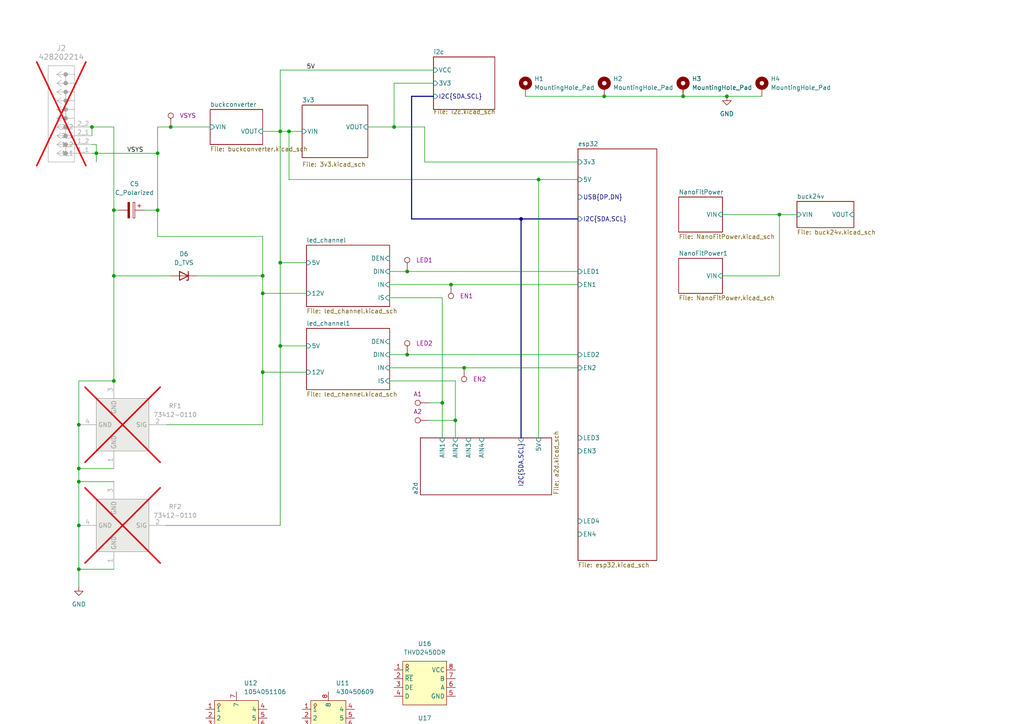
<source format=kicad_sch>
(kicad_sch (version 20250114) (generator "eeschema") (generator_version "9.0")
  (paper "A4")
  (lib_symbols
    (symbol "Device:C_Polarized" (pin_numbers (hide yes)) (pin_names (offset 0.254))
      (property "Reference" "C" (at 0.635 2.54 0))
      (property "Value" "C_Polarized" (at 0.635 -2.54 0))
      (symbol "C_Polarized_0_1"
        (rectangle (start -2.286 0.508) (end 2.286 1.016))
        (polyline (pts (xy -1.778 2.286) (xy -0.762 2.286)))
        (polyline (pts (xy -1.27 2.794) (xy -1.27 1.778)))
        (rectangle (start 2.286 -0.508) (end -2.286 -1.016) (fill (type outline)))
      )
      (symbol "C_Polarized_1_1"
        (pin passive line (at 0 3.81 270) (length 2.794) (name "~") (number "1"))
        (pin passive line (at 0 -3.81 90) (length 2.794) (name "~") (number "2"))
      )
    )
    (symbol "Device:D_Zener" (pin_numbers (hide yes)) (pin_names (offset 1.016) (hide yes))
      (property "Reference" "D" (at 0 2.54 0))
      (property "Value" "D_Zener" (at 0 -2.54 0))
      (symbol "D_Zener_0_1"
        (polyline (pts (xy -1.27 -1.27) (xy -1.27 1.27) (xy -0.762 1.27)) (stroke (width 0.254)))
        (polyline (pts (xy 1.27 0) (xy -1.27 0)))
        (polyline (pts (xy 1.27 -1.27) (xy 1.27 1.27) (xy -1.27 0) (xy 1.27 -1.27)) (stroke (width 0.254)))
      )
      (symbol "D_Zener_1_1"
        (pin passive line (at -3.81 0 0) (length 2.54) (name "K") (number "1"))
        (pin passive line (at 3.81 0 180) (length 2.54) (name "A") (number "2"))
      )
    )
    (symbol "Mechanical:MountingHole_Pad" (pin_numbers (hide yes)) (pin_names (offset 1.016) (hide yes)) (exclude_from_sim yes) (in_bom no)
      (property "Reference" "H" (at 0 6.35 0))
      (property "Value" "MountingHole_Pad" (at 0 4.445 0))
      (symbol "MountingHole_Pad_0_1"
        (circle (center 0 1.27) (radius 1.27) (stroke (width 1.27)))
      )
      (symbol "MountingHole_Pad_1_1"
        (pin input line (at 0 -2.54 90) (length 2.54) (name "1") (number "1"))
      )
    )
    (symbol "easyeda2kicad:1054051104"
      (property "Reference" "CN" (at 0 13.97 0))
      (property "Value" "1054051104" (at 0 -13.97 0))
      (symbol "1054051104_0_1"
        (rectangle (start -3.81 6.35) (end 3.81 -6.35) (fill (type background)))
        (circle (center -2.54 2.54) (radius 0.38))
        (pin unspecified line (at -6.35 1.27 0) (length 2.54) (name "1") (number "1"))
        (pin unspecified line (at -6.35 -1.27 0) (length 2.54) (name "2") (number "2"))
        (pin unspecified line (at 0 8.89 270) (length 2.54) (name "6") (number "6"))
        (pin unspecified line (at 0 -8.89 90) (length 2.54) (name "5") (number "5"))
        (pin unspecified line (at 6.35 1.27 180) (length 2.54) (name "3") (number "3"))
        (pin unspecified line (at 6.35 -1.27 180) (length 2.54) (name "4") (number "4"))
      )
    )
    (symbol "easyeda2kicad:1054051106"
      (property "Reference" "U" (at 0 12.7 0))
      (property "Value" "1054051106" (at 0 -12.7 0))
      (symbol "1054051106_0_1"
        (rectangle (start -6.35 5.08) (end 6.35 -5.08) (fill (type background)))
        (circle (center -5.08 3.81) (radius 0.38))
        (pin unspecified line (at -8.89 2.54 0) (length 2.54) (name "1") (number "1"))
        (pin unspecified line (at -8.89 0 0) (length 2.54) (name "2") (number "2"))
        (pin unspecified line (at -8.89 -2.54 0) (length 2.54) (name "3") (number "3"))
        (pin unspecified line (at 0 7.62 270) (length 2.54) (name "7") (number "7"))
        (pin unspecified line (at 0 -7.62 90) (length 2.54) (name "8") (number "8"))
        (pin unspecified line (at 8.89 2.54 180) (length 2.54) (name "4") (number "4"))
        (pin unspecified line (at 8.89 0 180) (length 2.54) (name "5") (number "5"))
        (pin unspecified line (at 8.89 -2.54 180) (length 2.54) (name "6") (number "6"))
      )
    )
    (symbol "easyeda2kicad:39301060"
      (property "Reference" "CN" (at 0 15.24 0))
      (property "Value" "39301060" (at 0 -15.24 0))
      (symbol "39301060_0_1"
        (rectangle (start -5.59 5.08) (end 5.59 -5.08) (fill (type background)))
        (circle (center 5.08 -3.81) (radius 0.38))
        (circle (center 5.08 -3.81) (radius 0.38))
        (pin unspecified line (at -3.81 10.16 270) (length 5.08) (name "6") (number "6"))
        (pin unspecified line (at -3.81 -10.16 90) (length 5.08) (name "3") (number "3"))
        (pin unspecified line (at 0 10.16 270) (length 5.08) (name "5") (number "5"))
        (pin unspecified line (at 0 -10.16 90) (length 5.08) (name "2") (number "2"))
        (pin unspecified line (at 3.81 10.16 270) (length 5.08) (name "4") (number "4"))
        (pin unspecified line (at 3.81 -10.16 90) (length 5.08) (name "1") (number "1"))
      )
    )
    (symbol "easyeda2kicad:428202214" (pin_names (offset 0.254))
      (property "Reference" "J" (at 8.89 6.35 0))
      (property "Value" "428202214" (at 0 0 0))
      (symbol "428202214_1_1"
        (polyline (pts (xy 5.08 2.54) (xy 5.08 -25.4)) (stroke (width 0.127)))
        (polyline (pts (xy 5.08 -25.4) (xy 12.7 -25.4)) (stroke (width 0.127)))
        (polyline (pts (xy 7.62 0) (xy 7.62 -2.54)) (stroke (width 0.127)))
        (circle (center 7.62 0) (radius 0.127) (stroke (width 0.508)))
        (circle (center 7.62 -2.54) (radius 0.127) (stroke (width 0.508)))
        (polyline (pts (xy 7.62 -5.08) (xy 7.62 -7.62)) (stroke (width 0.127)))
        (circle (center 7.62 -5.08) (radius 0.127) (stroke (width 0.508)))
        (circle (center 7.62 -7.62) (radius 0.127) (stroke (width 0.508)))
        (polyline (pts (xy 7.62 -10.16) (xy 7.62 -12.7)) (stroke (width 0.127)))
        (circle (center 7.62 -10.16) (radius 0.127) (stroke (width 0.508)))
        (circle (center 7.62 -12.7) (radius 0.127) (stroke (width 0.508)))
        (polyline (pts (xy 7.62 -15.24) (xy 7.62 -17.78)) (stroke (width 0.127)))
        (circle (center 7.62 -15.24) (radius 0.127) (stroke (width 0.508)))
        (circle (center 7.62 -17.78) (radius 0.127) (stroke (width 0.508)))
        (polyline (pts (xy 7.62 -20.32) (xy 7.62 -22.86)) (stroke (width 0.127)))
        (circle (center 7.62 -20.32) (radius 0.127) (stroke (width 0.508)))
        (circle (center 7.62 -22.86) (radius 0.127) (stroke (width 0.508)))
        (polyline (pts (xy 10.16 0) (xy 5.08 0)) (stroke (width 0.127)))
        (polyline (pts (xy 10.16 0) (xy 8.89 0.8467)) (stroke (width 0.127)))
        (polyline (pts (xy 10.16 0) (xy 8.89 -0.8467)) (stroke (width 0.127)))
        (polyline (pts (xy 10.16 -2.54) (xy 5.08 -2.54)) (stroke (width 0.127)))
        (polyline (pts (xy 10.16 -2.54) (xy 8.89 -1.6933)) (stroke (width 0.127)))
        (polyline (pts (xy 10.16 -2.54) (xy 8.89 -3.3867)) (stroke (width 0.127)))
        (polyline (pts (xy 10.16 -5.08) (xy 5.08 -5.08)) (stroke (width 0.127)))
        (polyline (pts (xy 10.16 -5.08) (xy 8.89 -4.2333)) (stroke (width 0.127)))
        (polyline (pts (xy 10.16 -5.08) (xy 8.89 -5.9267)) (stroke (width 0.127)))
        (polyline (pts (xy 10.16 -7.62) (xy 5.08 -7.62)) (stroke (width 0.127)))
        (polyline (pts (xy 10.16 -7.62) (xy 8.89 -6.7733)) (stroke (width 0.127)))
        (polyline (pts (xy 10.16 -7.62) (xy 8.89 -8.4667)) (stroke (width 0.127)))
        (polyline (pts (xy 10.16 -10.16) (xy 5.08 -10.16)) (stroke (width 0.127)))
        (polyline (pts (xy 10.16 -10.16) (xy 8.89 -9.3133)) (stroke (width 0.127)))
        (polyline (pts (xy 10.16 -10.16) (xy 8.89 -11.0067)) (stroke (width 0.127)))
        (polyline (pts (xy 10.16 -12.7) (xy 5.08 -12.7)) (stroke (width 0.127)))
        (polyline (pts (xy 10.16 -12.7) (xy 8.89 -11.8533)) (stroke (width 0.127)))
        (polyline (pts (xy 10.16 -12.7) (xy 8.89 -13.5467)) (stroke (width 0.127)))
        (polyline (pts (xy 10.16 -15.24) (xy 5.08 -15.24)) (stroke (width 0.127)))
        (polyline (pts (xy 10.16 -15.24) (xy 8.89 -14.3933)) (stroke (width 0.127)))
        (polyline (pts (xy 10.16 -15.24) (xy 8.89 -16.0867)) (stroke (width 0.127)))
        (polyline (pts (xy 10.16 -17.78) (xy 5.08 -17.78)) (stroke (width 0.127)))
        (polyline (pts (xy 10.16 -17.78) (xy 8.89 -16.9333)) (stroke (width 0.127)))
        (polyline (pts (xy 10.16 -17.78) (xy 8.89 -18.6267)) (stroke (width 0.127)))
        (polyline (pts (xy 10.16 -20.32) (xy 5.08 -20.32)) (stroke (width 0.127)))
        (polyline (pts (xy 10.16 -20.32) (xy 8.89 -19.4733)) (stroke (width 0.127)))
        (polyline (pts (xy 10.16 -20.32) (xy 8.89 -21.1667)) (stroke (width 0.127)))
        (polyline (pts (xy 10.16 -22.86) (xy 5.08 -22.86)) (stroke (width 0.127)))
        (polyline (pts (xy 10.16 -22.86) (xy 8.89 -22.0133)) (stroke (width 0.127)))
        (polyline (pts (xy 10.16 -22.86) (xy 8.89 -23.7067)) (stroke (width 0.127)))
        (polyline (pts (xy 12.7 2.54) (xy 5.08 2.54)) (stroke (width 0.127)))
        (polyline (pts (xy 12.7 -25.4) (xy 12.7 2.54)) (stroke (width 0.127)))
        (pin unspecified line (at 0 0 0) (length 5.08) (name "1_1") (number "1_1"))
        (pin unspecified line (at 0 -2.54 0) (length 5.08) (name "1_2") (number "1_2"))
        (pin unspecified line (at 0 -5.08 0) (length 5.08) (name "2_1") (number "2_1"))
        (pin unspecified line (at 0 -7.62 0) (length 5.08) (name "2_2") (number "2_2"))
      )
      (symbol "428202214_1_2"
        (polyline (pts (xy 5.08 2.54) (xy 5.08 -10.16)) (stroke (width 0.127)))
        (polyline (pts (xy 5.08 -10.16) (xy 12.7 -10.16)) (stroke (width 0.127)))
        (polyline (pts (xy 6.35 0) (xy 6.35 -2.54)) (stroke (width 0.127)))
        (circle (center 6.35 0) (radius 0.127) (stroke (width 0.508)))
        (circle (center 6.35 -2.54) (radius 0.127) (stroke (width 0.508)))
        (polyline (pts (xy 6.35 -5.08) (xy 6.35 -7.62)) (stroke (width 0.127)))
        (circle (center 6.35 -5.08) (radius 0.127) (stroke (width 0.508)))
        (circle (center 6.35 -7.62) (radius 0.127) (stroke (width 0.508)))
        (polyline (pts (xy 7.62 0) (xy 5.08 0)) (stroke (width 0.127)))
        (polyline (pts (xy 7.62 0) (xy 8.89 0.8467)) (stroke (width 0.127)))
        (polyline (pts (xy 7.62 0) (xy 8.89 -0.8467)) (stroke (width 0.127)))
        (polyline (pts (xy 7.62 -2.54) (xy 5.08 -2.54)) (stroke (width 0.127)))
        (polyline (pts (xy 7.62 -2.54) (xy 8.89 -1.6933)) (stroke (width 0.127)))
        (polyline (pts (xy 7.62 -2.54) (xy 8.89 -3.3867)) (stroke (width 0.127)))
        (polyline (pts (xy 7.62 -5.08) (xy 5.08 -5.08)) (stroke (width 0.127)))
        (polyline (pts (xy 7.62 -5.08) (xy 8.89 -4.2333)) (stroke (width 0.127)))
        (polyline (pts (xy 7.62 -5.08) (xy 8.89 -5.9267)) (stroke (width 0.127)))
        (polyline (pts (xy 7.62 -7.62) (xy 5.08 -7.62)) (stroke (width 0.127)))
        (polyline (pts (xy 7.62 -7.62) (xy 8.89 -6.7733)) (stroke (width 0.127)))
        (polyline (pts (xy 7.62 -7.62) (xy 8.89 -8.4667)) (stroke (width 0.127)))
        (polyline (pts (xy 12.7 2.54) (xy 5.08 2.54)) (stroke (width 0.127)))
        (polyline (pts (xy 12.7 -10.16) (xy 12.7 2.54)) (stroke (width 0.127)))
        (pin unspecified line (at 0 0 0) (length 5.08) (name "1_1") (number "1_1"))
        (pin unspecified line (at 0 -2.54 0) (length 5.08) (name "1_2") (number "1_2"))
        (pin unspecified line (at 0 -5.08 0) (length 5.08) (name "2_1") (number "2_1"))
        (pin unspecified line (at 0 -7.62 0) (length 5.08) (name "2_2") (number "2_2"))
      )
    )
    (symbol "easyeda2kicad:430450609"
      (property "Reference" "U" (at 0 12.7 0))
      (property "Value" "430450609" (at 0 -12.7 0))
      (symbol "430450609_0_1"
        (rectangle (start -5.08 5.08) (end 5.08 -5.08) (fill (type background)))
        (circle (center -3.81 3.81) (radius 0.38))
        (pin unspecified line (at -7.62 2.54 0) (length 2.54) (name "1") (number "1"))
        (pin unspecified line (at -7.62 0 0) (length 2.54) (name "2") (number "2"))
        (pin unspecified line (at -7.62 -2.54 0) (length 2.54) (name "3") (number "3"))
        (pin unspecified line (at 0 7.62 270) (length 2.54) (name "8") (number "8"))
        (pin unspecified line (at 0 -7.62 90) (length 2.54) (name "7") (number "7"))
        (pin unspecified line (at 7.62 2.54 180) (length 2.54) (name "4") (number "4"))
        (pin unspecified line (at 7.62 0 180) (length 2.54) (name "5") (number "5"))
        (pin unspecified line (at 7.62 -2.54 180) (length 2.54) (name "6") (number "6"))
      )
    )
    (symbol "easyeda2kicad:73412-0110"
      (property "Reference" "RF" (at 0 20.32 0))
      (property "Value" "73412-0110" (at 0 -15.24 0))
      (symbol "73412-0110_0_1"
        (rectangle (start -7.62 10.16) (end 7.62 -5.08) (fill (type background)))
        (pin unspecified line (at -12.7 5.08 0) (length 5.08) (name "GND") (number "1"))
        (pin unspecified line (at 0 15.24 270) (length 5.08) (name "GND") (number "4"))
        (pin unspecified line (at 0 -10.16 90) (length 5.08) (name "SIG") (number "2"))
        (pin unspecified line (at 12.7 5.08 180) (length 5.08) (name "GND") (number "3"))
      )
    )
    (symbol "easyeda2kicad:LabeledTestPoint" (pin_numbers (hide yes)) (pin_names (offset 0.762) (hide yes)) (in_bom no)
      (property "Label" "label" (at 0 5.08 0))
      (symbol "LabeledTestPoint_0_1"
        (circle (center 0 3.302) (radius 0.762))
      )
      (symbol "LabeledTestPoint_1_1"
        (pin passive line (at 0 0 90) (length 2.54) (name "1") (number "1"))
      )
    )
    (symbol "easyeda2kicad:MP5048GU-Z"
      (property "Reference" "U" (at 0 22.86 0))
      (property "Value" "MP5048GU-Z" (at 0 -22.86 0))
      (symbol "MP5048GU-Z_0_1"
        (rectangle (start -8.89 20.32) (end 8.89 -20.32) (fill (type background)))
        (circle (center -7.62 19.05) (radius 0.38))
        (pin unspecified line (at -11.43 17.78 0) (length 2.54) (name "VIN") (number "1"))
        (pin unspecified line (at -11.43 15.24 0) (length 2.54) (name "VIN") (number "2"))
        (pin unspecified line (at -11.43 12.7 0) (length 2.54) (name "VOUT") (number "3"))
        (pin unspecified line (at -11.43 10.16 0) (length 2.54) (name "VOUT") (number "4"))
        (pin unspecified line (at -11.43 7.62 0) (length 2.54) (name "VOUT") (number "5"))
        (pin unspecified line (at -11.43 5.08 0) (length 2.54) (name "VOUT") (number "6"))
        (pin unspecified line (at -11.43 2.54 0) (length 2.54) (name "VOUT") (number "7"))
        (pin unspecified line (at -11.43 0 0) (length 2.54) (name "VOUT") (number "8"))
        (pin unspecified line (at -11.43 -2.54 0) (length 2.54) (name "VOUT") (number "9"))
        (pin unspecified line (at -11.43 -5.08 0) (length 2.54) (name "VOUT") (number "10"))
        (pin unspecified line (at -11.43 -7.62 0) (length 2.54) (name "VOUT") (number "11"))
        (pin unspecified line (at -11.43 -10.16 0) (length 2.54) (name "VOUT") (number "12"))
        (pin unspecified line (at -11.43 -12.7 0) (length 2.54) (name "VOUT") (number "13"))
        (pin unspecified line (at -11.43 -15.24 0) (length 2.54) (name "VOUT") (number "14"))
        (pin unspecified line (at -11.43 -17.78 0) (length 2.54) (name "VOUT") (number "15"))
        (pin unspecified line (at 11.43 17.78 180) (length 2.54) (name "MODE") (number "30"))
        (pin unspecified line (at 11.43 15.24 180) (length 2.54) (name "VTEMP") (number "29"))
        (pin unspecified line (at 11.43 12.7 180) (length 2.54) (name "VCC") (number "28"))
        (pin unspecified line (at 11.43 10.16 180) (length 2.54) (name "3V") (number "27"))
        (pin unspecified line (at 11.43 7.62 180) (length 2.54) (name "ON") (number "26"))
        (pin unspecified line (at 11.43 5.08 180) (length 2.54) (name "GND") (number "25"))
        (pin unspecified line (at 11.43 2.54 180) (length 2.54) (name "CLREF") (number "24"))
        (pin unspecified line (at 11.43 0 180) (length 2.54) (name "TIMER") (number "23"))
        (pin unspecified line (at 11.43 -2.54 180) (length 2.54) (name "FAULT") (number "22"))
        (pin unspecified line (at 11.43 -5.08 180) (length 2.54) (name "SS") (number "21"))
        (pin unspecified line (at 11.43 -7.62 180) (length 2.54) (name "IMON") (number "20"))
        (pin unspecified line (at 11.43 -10.16 180) (length 2.54) (name "CS") (number "19"))
        (pin unspecified line (at 11.43 -12.7 180) (length 2.54) (name "VIN") (number "18"))
        (pin unspecified line (at 11.43 -15.24 180) (length 2.54) (name "VOUT") (number "17"))
        (pin unspecified line (at 11.43 -17.78 180) (length 2.54) (name "VOUT") (number "16"))
      )
    )
    (symbol "easyeda2kicad:THVD2450DR"
      (property "Reference" "U" (at 0 8.89 0))
      (property "Value" "THVD2450DR" (at 0 -8.89 0))
      (symbol "THVD2450DR_0_1"
        (rectangle (start -6.35 6.35) (end 6.35 -6.35) (fill (type background)))
        (circle (center -5.08 5.08) (radius 0.38))
        (pin unspecified line (at -8.89 3.81 0) (length 2.54) (name "R") (number "1"))
        (pin unspecified line (at -8.89 1.27 0) (length 2.54) (name "~{RE}") (number "2"))
        (pin unspecified line (at -8.89 -1.27 0) (length 2.54) (name "DE") (number "3"))
        (pin unspecified line (at -8.89 -3.81 0) (length 2.54) (name "D") (number "4"))
        (pin unspecified line (at 8.89 3.81 180) (length 2.54) (name "VCC") (number "8"))
        (pin unspecified line (at 8.89 1.27 180) (length 2.54) (name "B") (number "7"))
        (pin unspecified line (at 8.89 -1.27 180) (length 2.54) (name "A") (number "6"))
        (pin unspecified line (at 8.89 -3.81 180) (length 2.54) (name "GND") (number "5"))
      )
    )
    (symbol "power:GND" (power) (pin_numbers (hide yes)) (pin_names (offset 0) (hide yes))
      (property "Value" "GND" (at 0 -3.81 0))
      (symbol "GND_0_1"
        (polyline (pts (xy 0 0) (xy 0 -1.27) (xy 1.27 -1.27) (xy 0 -2.54) (xy -1.27 -1.27) (xy 0 -1.27)))
      )
      (symbol "GND_1_1"
        (pin power_in line (at 0 0 270) (length 0) (name "~") (number "1"))
      )
    )
  )
  (junction (at 130.81 82.55))
  (junction (at 175.26 27.94))
  (junction (at 128.27 116.84))
  (junction (at 33.02 60.96))
  (junction (at 45.72 44.45))
  (junction (at 76.2 107.95))
  (junction (at 22.86 123.19))
  (junction (at 45.72 60.96))
  (junction (at 118.11 102.87))
  (junction (at 33.02 80.01))
  (junction (at 156.21 52.07))
  (junction (at 81.28 100.33))
  (junction (at 26.67 36.83))
  (junction (at 226.06 62.23))
  (junction (at 22.86 139.7))
  (junction (at 134.62 106.68))
  (junction (at 198.12 27.94))
  (junction (at 33.02 110.49))
  (junction (at 114.3 36.83))
  (junction (at 118.11 78.74))
  (junction (at 76.2 80.01))
  (junction (at 22.86 135.89))
  (junction (at 27.94 44.45))
  (junction (at 22.86 165.1))
  (junction (at 81.28 76.2))
  (junction (at 83.82 38.1))
  (junction (at 76.2 85.09))
  (junction (at 132.08 121.92))
  (junction (at 22.86 152.4))
  (junction (at 81.28 38.1))
  (junction (at 210.82 27.94))
  (junction (at 151.13 63.5))
  (junction (at 49.53 36.83))
  (wire (pts (xy 175.26 27.94) (xy 198.12 27.94)))
  (wire (pts (xy 81.28 20.32) (xy 81.28 38.1)))
  (wire (pts (xy 114.3 36.83) (xy 123.19 36.83)))
  (wire (pts (xy 76.2 38.1) (xy 81.28 38.1)))
  (wire (pts (xy 81.28 100.33) (xy 88.9 100.33)))
  (wire (pts (xy 22.86 110.49) (xy 22.86 123.19)))
  (wire (pts (xy 76.2 80.01) (xy 76.2 85.09)))
  (wire (pts (xy 88.9 107.95) (xy 76.2 107.95)))
  (wire (pts (xy 81.28 76.2) (xy 88.9 76.2)))
  (wire (pts (xy 26.67 36.83) (xy 26.67 39.37)))
  (wire (pts (xy 113.03 106.68) (xy 134.62 106.68)))
  (wire (pts (xy 128.27 86.36) (xy 128.27 116.84)))
  (wire (pts (xy 33.02 36.83) (xy 33.02 60.96)))
  (bus (pts (xy 119.38 27.94) (xy 119.38 63.5)))
  (wire (pts (xy 81.28 38.1) (xy 83.82 38.1)))
  (wire (pts (xy 114.3 24.13) (xy 114.3 36.83)))
  (wire (pts (xy 113.03 86.36) (xy 128.27 86.36)))
  (wire (pts (xy 45.72 44.45) (xy 45.72 60.96)))
  (wire (pts (xy 132.08 110.49) (xy 132.08 121.92)))
  (wire (pts (xy 152.4 27.94) (xy 175.26 27.94)))
  (wire (pts (xy 27.94 41.91) (xy 26.67 41.91)))
  (wire (pts (xy 88.9 85.09) (xy 76.2 85.09)))
  (wire (pts (xy 33.02 110.49) (xy 22.86 110.49)))
  (wire (pts (xy 22.86 165.1) (xy 33.02 165.1)))
  (wire (pts (xy 81.28 100.33) (xy 81.28 152.4)))
  (wire (pts (xy 81.28 100.33) (xy 81.28 76.2)))
  (wire (pts (xy 226.06 80.01) (xy 226.06 62.23)))
  (wire (pts (xy 124.46 116.84) (xy 128.27 116.84)))
  (wire (pts (xy 26.67 36.83) (xy 33.02 36.83)))
  (wire (pts (xy 156.21 52.07) (xy 156.21 127)))
  (wire (pts (xy 76.2 107.95) (xy 76.2 123.19)))
  (wire (pts (xy 81.28 76.2) (xy 81.28 38.1)))
  (wire (pts (xy 124.46 121.92) (xy 132.08 121.92)))
  (wire (pts (xy 113.03 78.74) (xy 118.11 78.74)))
  (wire (pts (xy 48.26 123.19) (xy 76.2 123.19)))
  (wire (pts (xy 209.55 62.23) (xy 226.06 62.23)))
  (wire (pts (xy 209.55 80.01) (xy 226.06 80.01)))
  (wire (pts (xy 81.28 20.32) (xy 125.73 20.32)))
  (wire (pts (xy 76.2 68.58) (xy 76.2 80.01)))
  (wire (pts (xy 198.12 27.94) (xy 210.82 27.94)))
  (wire (pts (xy 33.02 60.96) (xy 33.02 80.01)))
  (wire (pts (xy 49.53 80.01) (xy 33.02 80.01)))
  (wire (pts (xy 45.72 60.96) (xy 45.72 68.58)))
  (wire (pts (xy 22.86 139.7) (xy 22.86 152.4)))
  (wire (pts (xy 27.94 44.45) (xy 27.94 46.99)))
  (wire (pts (xy 26.67 44.45) (xy 27.94 44.45)))
  (wire (pts (xy 113.03 102.87) (xy 118.11 102.87)))
  (wire (pts (xy 156.21 52.07) (xy 167.64 52.07)))
  (wire (pts (xy 57.15 80.01) (xy 76.2 80.01)))
  (wire (pts (xy 48.26 152.4) (xy 81.28 152.4)))
  (wire (pts (xy 33.02 80.01) (xy 33.02 110.49)))
  (wire (pts (xy 83.82 52.07) (xy 156.21 52.07)))
  (wire (pts (xy 22.86 139.7) (xy 33.02 139.7)))
  (wire (pts (xy 27.94 44.45) (xy 27.94 41.91)))
  (wire (pts (xy 210.82 27.94) (xy 220.98 27.94)))
  (bus (pts (xy 151.13 63.5) (xy 167.64 63.5)))
  (wire (pts (xy 118.11 102.87) (xy 167.64 102.87)))
  (bus (pts (xy 119.38 63.5) (xy 151.13 63.5)))
  (wire (pts (xy 113.03 82.55) (xy 130.81 82.55)))
  (wire (pts (xy 83.82 52.07) (xy 83.82 38.1)))
  (wire (pts (xy 41.91 60.96) (xy 45.72 60.96)))
  (wire (pts (xy 76.2 85.09) (xy 76.2 107.95)))
  (wire (pts (xy 27.94 44.45) (xy 45.72 44.45)))
  (wire (pts (xy 45.72 36.83) (xy 49.53 36.83)))
  (wire (pts (xy 106.68 36.83) (xy 114.3 36.83)))
  (wire (pts (xy 22.86 123.19) (xy 22.86 135.89)))
  (bus (pts (xy 125.73 27.94) (xy 119.38 27.94)))
  (wire (pts (xy 125.73 24.13) (xy 114.3 24.13)))
  (wire (pts (xy 49.53 36.83) (xy 60.96 36.83)))
  (wire (pts (xy 45.72 36.83) (xy 45.72 44.45)))
  (wire (pts (xy 226.06 62.23) (xy 231.14 62.23)))
  (wire (pts (xy 22.86 152.4) (xy 22.86 165.1)))
  (wire (pts (xy 33.02 60.96) (xy 34.29 60.96)))
  (wire (pts (xy 76.2 68.58) (xy 45.72 68.58)))
  (wire (pts (xy 118.11 78.74) (xy 167.64 78.74)))
  (bus (pts (xy 151.13 63.5) (xy 151.13 127)))
  (wire (pts (xy 83.82 38.1) (xy 87.63 38.1)))
  (wire (pts (xy 113.03 110.49) (xy 132.08 110.49)))
  (wire (pts (xy 123.19 36.83) (xy 123.19 46.99)))
  (wire (pts (xy 22.86 165.1) (xy 22.86 170.18)))
  (wire (pts (xy 22.86 135.89) (xy 22.86 139.7)))
  (wire (pts (xy 130.81 82.55) (xy 167.64 82.55)))
  (wire (pts (xy 128.27 116.84) (xy 128.27 127)))
  (wire (pts (xy 132.08 121.92) (xy 132.08 127)))
  (wire (pts (xy 123.19 46.99) (xy 167.64 46.99)))
  (wire (pts (xy 22.86 135.89) (xy 33.02 135.89)))
  (wire (pts (xy 134.62 106.68) (xy 167.64 106.68)))
  (label "5V" (at 88.9 20.32 0))
  (label "VSYS" (at 36.83 44.45 0))
  (symbol (lib_id "easyeda2kicad:THVD2450DR") (at 123.19 198.12 0) (unit 1)
    (property "Reference" "U16" (at 123.19 186.69 0))
    (property "Value" "THVD2450DR" (at 123.19 189.23 0))
    (property "Footprint" "easyeda2kicad:SOIC-8_L4.9-W3.9-P1.27-LS6.0-BL" (effects (hide yes)))
    (property "LCSC Part" "C2672621" (effects (hide yes)))
  )
  (symbol (lib_id "power:GND") (at 210.82 27.94 0) (unit 1)
    (property "Reference" "#PWR04" (effects (hide yes)))
    (property "Value" "GND" (at 210.82 33.02 0))
    (property "Description" "Power symbol creates a global label with name \"GND\" , ground" (effects (hide yes)))
  )
  (symbol (lib_id "Mechanical:MountingHole_Pad") (at 198.12 25.4 0) (unit 1) (exclude_from_sim yes) (in_bom no)
    (property "Reference" "H3" (at 200.66 22.8599 0) (effects (justify left)))
    (property "Value" "MountingHole_Pad" (at 200.66 25.3999 0) (effects (justify left)))
    (property "Footprint" "MountingHole:MountingHole_3.2mm_M3_Pad_Via" (effects (hide yes)))
    (property "Description" "Mounting Hole with connection" (effects (hide yes)))
  )
  (symbol (lib_id "easyeda2kicad:428202214") (at 26.67 44.45 180) (unit 1) (in_bom no) (dnp yes)
    (property "Reference" "J2" (at 17.78 13.97 0) (effects (font (size 1.524 1.524))))
    (property "Value" "428202214" (at 17.78 16.51 0) (effects (font (size 1.524 1.524))))
    (property "Footprint" "easyeda2kicad:CONN_SDA-42820-0002_02_RC_MOL" (effects (hide yes)))
    (property "Datasheet" "https://www.molex.com/en-us/products/part-detail-pdf/428202214?display=pdf" (effects (hide yes)))
  )
  (symbol (lib_id "easyeda2kicad:MP5048GU-Z") (at 175.26 243.84 0) (unit 1)
    (property "Reference" "U19" (at 175.26 218.44 0))
    (property "Value" "MP5048GU-Z" (at 175.26 220.98 0))
    (property "Footprint" "easyeda2kicad:QFN-30_L5.0-W5.0-P0.40-TL_MP5048GU-Z" (effects (hide yes)))
    (property "LCSC Part" "C3662777" (effects (hide yes)))
  )
  (symbol (lib_id "easyeda2kicad:LabeledTestPoint") (at 134.62 106.68 180) (unit 1) (in_bom no)
    (property "Reference" "TP9" (effects (hide yes)))
    (property "Value" "LabeledTestPoint" (effects (hide yes)))
    (property "Footprint" "easyeda2kicad:LabeledTestPoint" (effects (hide yes)))
    (property "Description" "test point" (effects (hide yes)))
    (property "Label" "EN2" (at 137.16 109.9819 0) (effects (justify right)))
  )
  (symbol (lib_id "easyeda2kicad:LabeledTestPoint") (at 130.81 82.55 180) (unit 1) (in_bom no)
    (property "Reference" "TP7" (effects (hide yes)))
    (property "Value" "LabeledTestPoint" (effects (hide yes)))
    (property "Footprint" "easyeda2kicad:LabeledTestPoint" (effects (hide yes)))
    (property "Description" "test point" (effects (hide yes)))
    (property "Label" "EN1" (at 133.35 85.8519 0) (effects (justify right)))
  )
  (symbol (lib_id "easyeda2kicad:39301060") (at 121.92 247.65 0) (unit 1)
    (property "Reference" "CN3" (at 128.27 246.3799 0) (effects (justify left)))
    (property "Value" "39301060" (at 128.27 248.9199 0) (effects (justify left)))
    (property "Footprint" "easyeda2kicad:CONN-TN_39301060" (effects (hide yes)))
    (property "Datasheet" "https://lcsc.com/product-detail/Connectors_MOLEX_39301060_Connectors-6P-2-4-2mm-Straight-line900_C114098.html" (effects (hide yes)))
    (property "LCSC Part" "C114098" (effects (hide yes)))
  )
  (symbol (lib_id "Device:C_Polarized") (at 38.1 60.96 270) (unit 1)
    (property "Reference" "C5" (at 38.989 53.34 90))
    (property "Value" "C_Polarized" (at 38.989 55.88 90))
    (property "Footprint" "Capacitor_SMD:CP_Elec_8x11.9" (effects (hide yes)))
    (property "Description" "Polarized capacitor" (effects (hide yes)))
    (property "LCSC Part" "C542295" (effects (hide yes)))
  )
  (symbol (lib_id "Mechanical:MountingHole_Pad") (at 220.98 25.4 0) (unit 1) (exclude_from_sim yes) (in_bom no)
    (property "Reference" "H4" (at 223.52 22.8599 0) (effects (justify left)))
    (property "Value" "MountingHole_Pad" (at 223.52 25.3999 0) (effects (justify left)))
    (property "Footprint" "MountingHole:MountingHole_3.2mm_M3_Pad_Via" (effects (hide yes)))
    (property "Description" "Mounting Hole with connection" (effects (hide yes)))
  )
  (symbol (lib_id "easyeda2kicad:LabeledTestPoint") (at 124.46 116.84 90) (unit 1) (in_bom no)
    (property "Reference" "TP4" (effects (hide yes)))
    (property "Value" "LabeledTestPoint" (effects (hide yes)))
    (property "Footprint" "easyeda2kicad:LabeledTestPoint" (effects (hide yes)))
    (property "Description" "test point" (effects (hide yes)))
    (property "Label" "A1" (at 121.158 114.3 90))
  )
  (symbol (lib_id "easyeda2kicad:LabeledTestPoint") (at 49.53 36.83 0) (unit 1) (in_bom no)
    (property "Reference" "TP1" (effects (hide yes)))
    (property "Value" "LabeledTestPoint" (effects (hide yes)))
    (property "Footprint" "easyeda2kicad:LabeledTestPoint" (effects (hide yes)))
    (property "Description" "test point" (effects (hide yes)))
    (property "Label" "VSYS" (at 52.07 33.5279 0) (effects (justify left)))
  )
  (symbol (lib_id "easyeda2kicad:LabeledTestPoint") (at 118.11 78.74 0) (unit 1) (in_bom no)
    (property "Reference" "TP2" (effects (hide yes)))
    (property "Value" "LabeledTestPoint" (effects (hide yes)))
    (property "Footprint" "easyeda2kicad:LabeledTestPoint" (effects (hide yes)))
    (property "Description" "test point" (effects (hide yes)))
    (property "Label" "LED1" (at 120.65 75.4379 0) (effects (justify left)))
  )
  (symbol (lib_id "power:GND") (at 22.86 170.18 0) (unit 1)
    (property "Reference" "#PWR03" (effects (hide yes)))
    (property "Value" "GND" (at 22.86 175.26 0))
    (property "Description" "Power symbol creates a global label with name \"GND\" , ground" (effects (hide yes)))
  )
  (symbol (lib_id "easyeda2kicad:430450609") (at 95.25 208.28 0) (unit 1)
    (property "Reference" "U11" (at 97.3933 198.12 0) (effects (justify left)))
    (property "Value" "430450609" (at 97.3933 200.66 0) (effects (justify left)))
    (property "Footprint" "easyeda2kicad:CONN-SMD_6P-P3.0-H-R2-C3-S4.63" (effects (hide yes)))
    (property "LCSC Part" "C587578" (effects (hide yes)))
  )
  (symbol (lib_id "Mechanical:MountingHole_Pad") (at 175.26 25.4 0) (unit 1) (exclude_from_sim yes) (in_bom no)
    (property "Reference" "H2" (at 177.8 22.8599 0) (effects (justify left)))
    (property "Value" "MountingHole_Pad" (at 177.8 25.3999 0) (effects (justify left)))
    (property "Footprint" "MountingHole:MountingHole_3.2mm_M3_Pad_Via" (effects (hide yes)))
    (property "Description" "Mounting Hole with connection" (effects (hide yes)))
  )
  (symbol (lib_id "Device:D_Zener") (at 53.34 80.01 180) (unit 1)
    (property "Reference" "D6" (at 53.34 73.66 0))
    (property "Value" "D_TVS" (at 53.34 76.2 0))
    (property "Footprint" "Diode_SMD:D_SMB" (effects (hide yes)))
    (property "Description" "TVS diode" (effects (hide yes)))
    (property "LCSC Part" "C151256" (effects (hide yes)))
  )
  (symbol (lib_id "easyeda2kicad:LabeledTestPoint") (at 124.46 121.92 90) (unit 1) (in_bom no)
    (property "Reference" "TP5" (effects (hide yes)))
    (property "Value" "LabeledTestPoint" (effects (hide yes)))
    (property "Footprint" "easyeda2kicad:LabeledTestPoint" (effects (hide yes)))
    (property "Description" "test point" (effects (hide yes)))
    (property "Label" "A2" (at 121.158 119.38 90))
  )
  (symbol (lib_id "easyeda2kicad:73412-0110") (at 38.1 123.19 90) (unit 1) (in_bom no) (dnp yes)
    (property "Reference" "RF1" (at 50.8 117.7446 90))
    (property "Value" "73412-0110" (at 50.8 120.2846 90))
    (property "Footprint" "easyeda2kicad:ANT-SMD_73412-0110" (effects (hide yes)))
    (property "Datasheet" "https://lcsc.com/product-detail/RF-Connectors-Coaxial-Connectors_MOLEX-73412-0110_C434806.html" (effects (hide yes)))
    (property "LCSC Part" "C434806" (effects (hide yes)))
  )
  (symbol (lib_id "easyeda2kicad:73412-0110") (at 38.1 152.4 90) (unit 1) (in_bom no) (dnp yes)
    (property "Reference" "RF2" (at 50.8 146.9546 90))
    (property "Value" "73412-0110" (at 50.8 149.4946 90))
    (property "Footprint" "easyeda2kicad:ANT-SMD_73412-0110" (effects (hide yes)))
    (property "Datasheet" "https://lcsc.com/product-detail/RF-Connectors-Coaxial-Connectors_MOLEX-73412-0110_C434806.html" (effects (hide yes)))
    (property "LCSC Part" "C434806" (effects (hide yes)))
  )
  (symbol (lib_id "easyeda2kicad:1054051106") (at 68.58 208.28 0) (unit 1)
    (property "Reference" "U12" (at 70.7233 198.12 0) (effects (justify left)))
    (property "Value" "1054051106" (at 70.7233 200.66 0) (effects (justify left)))
    (property "Footprint" "easyeda2kicad:CONN-SMD_1054051106" (effects (hide yes)))
    (property "LCSC Part" "C17285624" (effects (hide yes)))
  )
  (symbol (lib_id "easyeda2kicad:LabeledTestPoint") (at 118.11 102.87 0) (unit 1) (in_bom no)
    (property "Reference" "TP3" (effects (hide yes)))
    (property "Value" "LabeledTestPoint" (effects (hide yes)))
    (property "Footprint" "easyeda2kicad:LabeledTestPoint" (effects (hide yes)))
    (property "Description" "test point" (effects (hide yes)))
    (property "Label" "LED2" (at 120.65 99.5679 0) (effects (justify left)))
  )
  (symbol (lib_id "Mechanical:MountingHole_Pad") (at 152.4 25.4 0) (unit 1) (exclude_from_sim yes) (in_bom no)
    (property "Reference" "H1" (at 154.94 22.8599 0) (effects (justify left)))
    (property "Value" "MountingHole_Pad" (at 154.94 25.3999 0) (effects (justify left)))
    (property "Footprint" "MountingHole:MountingHole_3.2mm_M3_Pad_Via" (effects (hide yes)))
    (property "Description" "Mounting Hole with connection" (effects (hide yes)))
  )
  (symbol (lib_id "easyeda2kicad:THVD2450DR") (at 123.19 219.71 0) (unit 1)
    (property "Reference" "U17" (at 123.19 208.28 0))
    (property "Value" "THVD2450DR" (at 123.19 210.82 0))
    (property "Footprint" "easyeda2kicad:SOIC-8_L4.9-W3.9-P1.27-LS6.0-BL" (effects (hide yes)))
    (property "LCSC Part" "C2672621" (effects (hide yes)))
  )
  (symbol (lib_id "easyeda2kicad:1054051104") (at 101.6 250.19 0) (unit 1)
    (property "Reference" "CN8" (at 103.7433 238.76 0) (effects (justify left)))
    (property "Value" "1054051104" (at 103.7433 241.3 0) (effects (justify left)))
    (property "Footprint" "easyeda2kicad:CONN-SMD_1054051104" (effects (hide yes)))
    (property "LCSC Part" "C17303583" (effects (hide yes)))
  )
  (sheet (at 88.9 95.25) (size 24.13 17.78) (stroke (width 0.1524))
    (property "Sheetname" "led_channel1" (at 88.9 94.5384 0) (effects (justify left bottom)))
    (property "Sheetfile" "led_channel.kicad_sch" (at 88.9 113.6146 0) (effects (justify left top)))
    (pin "12V" input (at 88.9 107.95 180))
    (pin "DEN" input (at 113.03 99.06 0))
    (pin "DIN" input (at 113.03 102.87 0))
    (pin "IN" input (at 113.03 106.68 0))
    (pin "IS" input (at 113.03 110.49 0))
    (pin "5V" input (at 88.9 100.33 180))
  )
  (sheet (at 125.73 16.51) (size 17.78 15.24) (stroke (width 0.1524))
    (property "Sheetname" "i2c" (at 125.73 15.7984 0) (effects (justify left bottom)))
    (property "Sheetfile" "i2c.kicad_sch" (at 125.73 31.6996 0) (effects (justify left top)))
    (pin "3V3" input (at 125.73 24.13 180))
    (pin "VCC" input (at 125.73 20.32 180))
    (pin "I2C{SDA,SCL}" input (at 125.73 27.94 180))
  )
  (sheet (at 196.85 74.93) (size 12.7 10.16) (stroke (width 0.1524))
    (property "Sheetname" "NanoFitPower1" (at 196.85 74.2184 0) (effects (justify left bottom)))
    (property "Sheetfile" "NanoFitPower.kicad_sch" (at 196.85 85.6746 0) (effects (justify left top)))
    (pin "VIN" input (at 209.55 80.01 0))
  )
  (sheet (at 196.85 57.15) (size 12.7 10.16) (stroke (width 0.1524))
    (property "Sheetname" "NanoFitPower" (at 196.85 56.4384 0) (effects (justify left bottom)))
    (property "Sheetfile" "NanoFitPower.kicad_sch" (at 196.85 67.8946 0) (effects (justify left top)))
    (pin "VIN" input (at 209.55 62.23 0))
  )
  (sheet (at 167.64 43.18) (size 22.86 119.38) (stroke (width 0.1524))
    (property "Sheetname" "esp32" (at 167.64 42.4684 0) (effects (justify left bottom)))
    (property "Sheetfile" "esp32.kicad_sch" (at 167.64 163.1446 0) (effects (justify left top)))
    (pin "3v3" input (at 167.64 46.99 180))
    (pin "I2C{SDA,SCL}" input (at 167.64 63.5 180))
    (pin "5V" input (at 167.64 52.07 180))
    (pin "USB{DP,DN}" input (at 167.64 57.15 180))
    (pin "EN1" input (at 167.64 82.55 180))
    (pin "EN2" input (at 167.64 106.68 180))
    (pin "EN3" input (at 167.64 130.81 180))
    (pin "EN4" input (at 167.64 154.94 180))
    (pin "LED1" input (at 167.64 78.74 180))
    (pin "LED2" input (at 167.64 102.87 180))
    (pin "LED3" input (at 167.64 127 180))
    (pin "LED4" input (at 167.64 151.13 180))
  )
  (sheet (at 60.96 31.75) (size 15.24 10.16) (stroke (width 0.1524))
    (property "Sheetname" "buckconverter" (at 60.96 31.0384 0) (effects (justify left bottom)))
    (property "Sheetfile" "buckconverter.kicad_sch" (at 60.96 42.4946 0) (effects (justify left top)))
    (pin "VIN" input (at 60.96 36.83 180))
    (pin "VOUT" input (at 76.2 38.1 0))
  )
  (sheet (at 121.92 127) (size 38.1 16.51) (stroke (width 0.1524))
    (property "Sheetname" "a2d" (at 121.2084 143.51 90) (effects (justify left bottom)))
    (property "Sheetfile" "a2d.kicad_sch" (at 160.6046 143.51 90) (effects (justify left top)))
    (pin "5V" input (at 156.21 127 90))
    (pin "AIN1" input (at 128.27 127 90))
    (pin "AIN2" input (at 132.08 127 90))
    (pin "AIN3" input (at 135.89 127 90))
    (pin "AIN4" input (at 139.7 127 90))
    (pin "I2C{SDA,SCL}" input (at 151.13 127 90))
  )
  (sheet (at 88.9 71.12) (size 24.13 17.78) (stroke (width 0.1524))
    (property "Sheetname" "led_channel" (at 88.9 70.4084 0) (effects (justify left bottom)))
    (property "Sheetfile" "led_channel.kicad_sch" (at 88.9 89.4846 0) (effects (justify left top)))
    (pin "12V" input (at 88.9 85.09 180))
    (pin "DEN" input (at 113.03 74.93 0))
    (pin "DIN" input (at 113.03 78.74 0))
    (pin "IN" input (at 113.03 82.55 0))
    (pin "IS" input (at 113.03 86.36 0))
    (pin "5V" input (at 88.9 76.2 180))
  )
  (sheet (at 231.14 58.42) (size 16.51 7.62) (stroke (width 0.1524))
    (property "Sheetname" "buck24v" (at 231.14 57.7084 0) (effects (justify left bottom)))
    (property "Sheetfile" "buck24v.kicad_sch" (at 231.14 66.6246 0) (effects (justify left top)))
    (pin "VIN" input (at 231.14 62.23 180))
    (pin "VOUT" input (at 247.65 62.23 0))
  )
  (sheet (at 87.63 30.48) (size 19.05 15.24) (stroke (width 0.1524))
    (property "Sheetname" "3v3" (at 87.63 29.7684 0) (effects (justify left bottom)))
    (property "Sheetfile" "3v3.kicad_sch" (at 87.63 46.9396 0) (effects (justify left top)))
    (pin "VIN" input (at 87.63 38.1 180))
    (pin "VOUT" input (at 106.68 36.83 0))
  )
)
</source>
